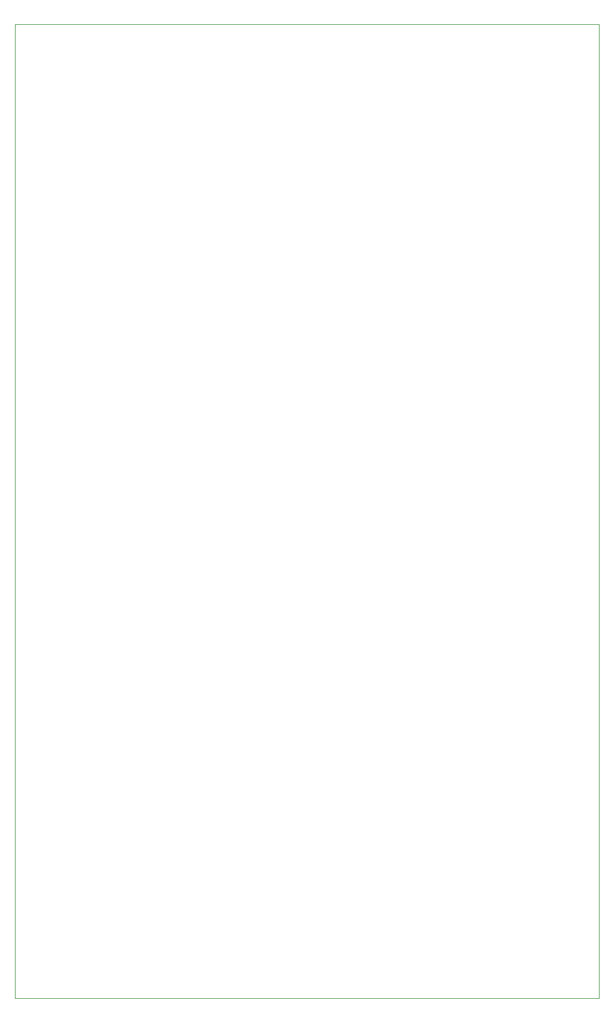
<source format=gbr>
%TF.GenerationSoftware,KiCad,Pcbnew,9.0.2*%
%TF.CreationDate,2025-05-15T02:22:54+10:00*%
%TF.ProjectId,Calculator,43616c63-756c-4617-946f-722e6b696361,rev?*%
%TF.SameCoordinates,Original*%
%TF.FileFunction,Profile,NP*%
%FSLAX46Y46*%
G04 Gerber Fmt 4.6, Leading zero omitted, Abs format (unit mm)*
G04 Created by KiCad (PCBNEW 9.0.2) date 2025-05-15 02:22:54*
%MOMM*%
%LPD*%
G01*
G04 APERTURE LIST*
%TA.AperFunction,Profile*%
%ADD10C,0.050000*%
%TD*%
G04 APERTURE END LIST*
D10*
X60250000Y-31700000D02*
X145975000Y-31700000D01*
X145975000Y-174575000D01*
X60250000Y-174575000D01*
X60250000Y-31700000D01*
M02*

</source>
